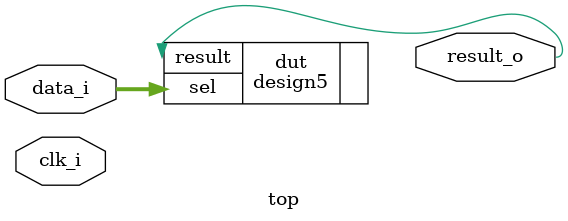
<source format=sv>
module top (
  input logic clk_i,
  input logic [2:0] data_i,
  output logic [0:0] result_o
);

design5 dut (
  .sel (data_i),
  .result (result_o)
);

always @(posedge clk_i) begin: proc_assertions
  case (data_i)
    3'b000: assert (result_o == '1);
    3'b010: assert (result_o == '1);
    3'b101: assert (result_o == '1);
    3'b111: assert (result_o == '1);
    default: assert (result_o == '0);
  endcase
end

endmodule: top

</source>
